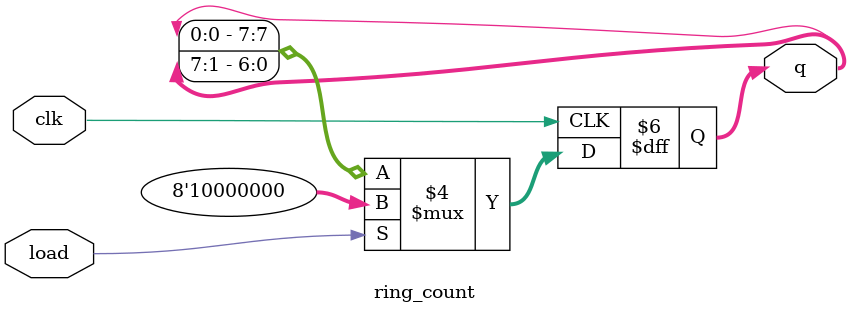
<source format=v>
`timescale 1ns / 1ps
module ring_count(input clk, load, 
						output reg [7:0]q);
						
always @(posedge clk)
	if(load==1)
		q<=8'b10000000;
	else
		begin
			q <= {q[0], q[7:1]};
		end
		
endmodule
</source>
